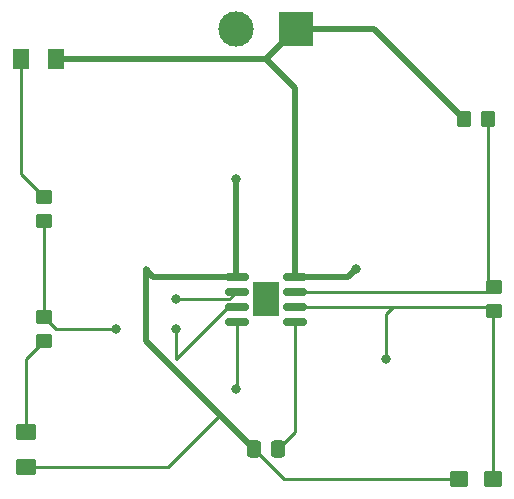
<source format=gbr>
%TF.GenerationSoftware,KiCad,Pcbnew,(6.0.10)*%
%TF.CreationDate,2023-02-17T09:15:59-08:00*%
%TF.ProjectId,excercise2,65786365-7263-4697-9365-322e6b696361,rev?*%
%TF.SameCoordinates,Original*%
%TF.FileFunction,Copper,L1,Top*%
%TF.FilePolarity,Positive*%
%FSLAX46Y46*%
G04 Gerber Fmt 4.6, Leading zero omitted, Abs format (unit mm)*
G04 Created by KiCad (PCBNEW (6.0.10)) date 2023-02-17 09:15:59*
%MOMM*%
%LPD*%
G01*
G04 APERTURE LIST*
G04 Aperture macros list*
%AMRoundRect*
0 Rectangle with rounded corners*
0 $1 Rounding radius*
0 $2 $3 $4 $5 $6 $7 $8 $9 X,Y pos of 4 corners*
0 Add a 4 corners polygon primitive as box body*
4,1,4,$2,$3,$4,$5,$6,$7,$8,$9,$2,$3,0*
0 Add four circle primitives for the rounded corners*
1,1,$1+$1,$2,$3*
1,1,$1+$1,$4,$5*
1,1,$1+$1,$6,$7*
1,1,$1+$1,$8,$9*
0 Add four rect primitives between the rounded corners*
20,1,$1+$1,$2,$3,$4,$5,0*
20,1,$1+$1,$4,$5,$6,$7,0*
20,1,$1+$1,$6,$7,$8,$9,0*
20,1,$1+$1,$8,$9,$2,$3,0*%
G04 Aperture macros list end*
%TA.AperFunction,ComponentPad*%
%ADD10R,3.000000X3.000000*%
%TD*%
%TA.AperFunction,ComponentPad*%
%ADD11C,3.000000*%
%TD*%
%TA.AperFunction,SMDPad,CuDef*%
%ADD12RoundRect,0.250000X-0.450000X0.350000X-0.450000X-0.350000X0.450000X-0.350000X0.450000X0.350000X0*%
%TD*%
%TA.AperFunction,SMDPad,CuDef*%
%ADD13RoundRect,0.250000X-0.350000X-0.450000X0.350000X-0.450000X0.350000X0.450000X-0.350000X0.450000X0*%
%TD*%
%TA.AperFunction,SMDPad,CuDef*%
%ADD14RoundRect,0.250001X0.624999X-0.462499X0.624999X0.462499X-0.624999X0.462499X-0.624999X-0.462499X0*%
%TD*%
%TA.AperFunction,SMDPad,CuDef*%
%ADD15RoundRect,0.250000X0.537500X0.425000X-0.537500X0.425000X-0.537500X-0.425000X0.537500X-0.425000X0*%
%TD*%
%TA.AperFunction,SMDPad,CuDef*%
%ADD16RoundRect,0.250000X0.337500X0.475000X-0.337500X0.475000X-0.337500X-0.475000X0.337500X-0.475000X0*%
%TD*%
%TA.AperFunction,SMDPad,CuDef*%
%ADD17RoundRect,0.150000X-0.825000X-0.150000X0.825000X-0.150000X0.825000X0.150000X-0.825000X0.150000X0*%
%TD*%
%TA.AperFunction,SMDPad,CuDef*%
%ADD18R,2.290000X3.000000*%
%TD*%
%TA.AperFunction,SMDPad,CuDef*%
%ADD19RoundRect,0.250001X-0.462499X-0.624999X0.462499X-0.624999X0.462499X0.624999X-0.462499X0.624999X0*%
%TD*%
%TA.AperFunction,ViaPad*%
%ADD20C,0.800000*%
%TD*%
%TA.AperFunction,Conductor*%
%ADD21C,0.254000*%
%TD*%
%TA.AperFunction,Conductor*%
%ADD22C,0.508000*%
%TD*%
G04 APERTURE END LIST*
D10*
%TO.P,J1,1,Pin_1*%
%TO.N,+9V*%
X147320000Y-66040000D03*
D11*
%TO.P,J1,2,Pin_2*%
%TO.N,GND*%
X142240000Y-66040000D03*
%TD*%
D12*
%TO.P,R2,1*%
%TO.N,Net-(R1-Pad2)*%
X164100000Y-87900000D03*
%TO.P,R2,2*%
%TO.N,/pin_2*%
X164100000Y-89900000D03*
%TD*%
%TO.P,R3,1*%
%TO.N,Net-(D1-Pad1)*%
X126000000Y-80280000D03*
%TO.P,R3,2*%
%TO.N,/pin_3*%
X126000000Y-82280000D03*
%TD*%
%TO.P,R4,1*%
%TO.N,/pin_3*%
X126000000Y-90440000D03*
%TO.P,R4,2*%
%TO.N,Net-(D2-Pad2)*%
X126000000Y-92440000D03*
%TD*%
D13*
%TO.P,R1,1*%
%TO.N,+9V*%
X161560000Y-73660000D03*
%TO.P,R1,2*%
%TO.N,Net-(R1-Pad2)*%
X163560000Y-73660000D03*
%TD*%
D14*
%TO.P,D2,1,K*%
%TO.N,GND*%
X124460000Y-103087500D03*
%TO.P,D2,2,A*%
%TO.N,Net-(D2-Pad2)*%
X124460000Y-100112500D03*
%TD*%
D15*
%TO.P,C1,1*%
%TO.N,/pin_2*%
X163997500Y-104140000D03*
%TO.P,C1,2*%
%TO.N,GND*%
X161122500Y-104140000D03*
%TD*%
D16*
%TO.P,C2,1*%
%TO.N,Net-(C2-Pad1)*%
X145817500Y-101600000D03*
%TO.P,C2,2*%
%TO.N,GND*%
X143742500Y-101600000D03*
%TD*%
D17*
%TO.P,U1,1,GND*%
%TO.N,GND*%
X142305000Y-86995000D03*
%TO.P,U1,2,TR*%
%TO.N,/pin_2*%
X142305000Y-88265000D03*
%TO.P,U1,3,Q*%
%TO.N,/pin_3*%
X142305000Y-89535000D03*
%TO.P,U1,4,R*%
%TO.N,+9V*%
X142305000Y-90805000D03*
%TO.P,U1,5,CV*%
%TO.N,Net-(C2-Pad1)*%
X147255000Y-90805000D03*
%TO.P,U1,6,THR*%
%TO.N,/pin_2*%
X147255000Y-89535000D03*
%TO.P,U1,7,DIS*%
%TO.N,Net-(R1-Pad2)*%
X147255000Y-88265000D03*
%TO.P,U1,8,VCC*%
%TO.N,+9V*%
X147255000Y-86995000D03*
D18*
%TO.P,U1,9*%
%TO.N,N/C*%
X144780000Y-88900000D03*
%TD*%
D19*
%TO.P,D1,1,K*%
%TO.N,Net-(D1-Pad1)*%
X124025000Y-68580000D03*
%TO.P,D1,2,A*%
%TO.N,+9V*%
X127000000Y-68580000D03*
%TD*%
D20*
%TO.N,/pin_2*%
X137160000Y-88900000D03*
X154940000Y-93980000D03*
%TO.N,GND*%
X142240000Y-78740000D03*
%TO.N,+9V*%
X142240000Y-96520000D03*
X152400000Y-86360000D03*
%TO.N,/pin_3*%
X132080000Y-91440000D03*
X137160000Y-91440000D03*
%TD*%
D21*
%TO.N,/pin_2*%
X163735000Y-89535000D02*
X164100000Y-89900000D01*
X155575000Y-89535000D02*
X154940000Y-90170000D01*
X141670000Y-88900000D02*
X142305000Y-88265000D01*
X155575000Y-89535000D02*
X163735000Y-89535000D01*
X137160000Y-88900000D02*
X141670000Y-88900000D01*
X163997500Y-90002500D02*
X163997500Y-104140000D01*
X147255000Y-89535000D02*
X155575000Y-89535000D01*
X164100000Y-89900000D02*
X163997500Y-90002500D01*
X154940000Y-90170000D02*
X154940000Y-93980000D01*
D22*
%TO.N,GND*%
X135255000Y-86995000D02*
X134620000Y-86360000D01*
D21*
X143742500Y-101600000D02*
X146282500Y-104140000D01*
D22*
X134620000Y-86360000D02*
X134620000Y-92477500D01*
D21*
X136522000Y-103087500D02*
X140876000Y-98733500D01*
D22*
X142240000Y-86930000D02*
X142305000Y-86995000D01*
D21*
X124460000Y-103087500D02*
X136522000Y-103087500D01*
X146282500Y-104140000D02*
X161122500Y-104140000D01*
D22*
X140876000Y-98733500D02*
X143742500Y-101600000D01*
X142305000Y-86995000D02*
X135255000Y-86995000D01*
X142240000Y-78740000D02*
X142240000Y-86930000D01*
X134620000Y-92477500D02*
X140876000Y-98733500D01*
D21*
%TO.N,Net-(C2-Pad1)*%
X147255000Y-100162500D02*
X145817500Y-101600000D01*
X147255000Y-90805000D02*
X147255000Y-100162500D01*
%TO.N,Net-(D1-Pad1)*%
X124025000Y-78305000D02*
X126000000Y-80280000D01*
X124025000Y-68580000D02*
X124025000Y-78305000D01*
D22*
%TO.N,+9V*%
X144780000Y-68580000D02*
X147255000Y-71055000D01*
X127000000Y-68580000D02*
X144780000Y-68580000D01*
X147255000Y-86995000D02*
X151765000Y-86995000D01*
D21*
X142305000Y-96455000D02*
X142240000Y-96520000D01*
D22*
X147255000Y-71055000D02*
X147255000Y-86995000D01*
D21*
X142305000Y-90805000D02*
X142305000Y-96455000D01*
D22*
X147320000Y-66040000D02*
X153940000Y-66040000D01*
X153940000Y-66040000D02*
X161560000Y-73660000D01*
X151765000Y-86995000D02*
X152400000Y-86360000D01*
X144780000Y-68580000D02*
X147320000Y-66040000D01*
D21*
%TO.N,Net-(D2-Pad2)*%
X126000000Y-92440000D02*
X124460000Y-93980000D01*
X124460000Y-93980000D02*
X124460000Y-100112500D01*
%TO.N,Net-(R1-Pad2)*%
X163560000Y-73660000D02*
X163560000Y-87360000D01*
X163735000Y-88265000D02*
X164100000Y-87900000D01*
X147255000Y-88265000D02*
X163735000Y-88265000D01*
X163560000Y-87360000D02*
X164100000Y-87900000D01*
%TO.N,/pin_3*%
X142305000Y-89535000D02*
X141605000Y-89535000D01*
X141605000Y-89535000D02*
X137160000Y-93980000D01*
X137160000Y-93980000D02*
X137160000Y-91440000D01*
X132080000Y-91440000D02*
X127000000Y-91440000D01*
X127000000Y-91440000D02*
X126000000Y-90440000D01*
X142305000Y-89535000D02*
X141457000Y-89535000D01*
X126000000Y-82280000D02*
X126000000Y-90440000D01*
%TD*%
M02*

</source>
